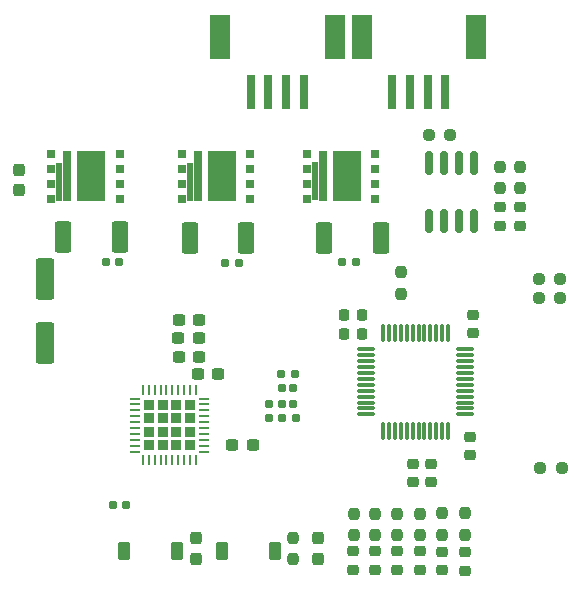
<source format=gtp>
%TF.GenerationSoftware,KiCad,Pcbnew,8.0.4-8.0.4-0~ubuntu22.04.1*%
%TF.CreationDate,2024-08-14T23:11:35+09:00*%
%TF.ProjectId,motor_driver,6d6f746f-725f-4647-9269-7665722e6b69,rev?*%
%TF.SameCoordinates,Original*%
%TF.FileFunction,Paste,Top*%
%TF.FilePolarity,Positive*%
%FSLAX46Y46*%
G04 Gerber Fmt 4.6, Leading zero omitted, Abs format (unit mm)*
G04 Created by KiCad (PCBNEW 8.0.4-8.0.4-0~ubuntu22.04.1) date 2024-08-14 23:11:35*
%MOMM*%
%LPD*%
G01*
G04 APERTURE LIST*
G04 Aperture macros list*
%AMRoundRect*
0 Rectangle with rounded corners*
0 $1 Rounding radius*
0 $2 $3 $4 $5 $6 $7 $8 $9 X,Y pos of 4 corners*
0 Add a 4 corners polygon primitive as box body*
4,1,4,$2,$3,$4,$5,$6,$7,$8,$9,$2,$3,0*
0 Add four circle primitives for the rounded corners*
1,1,$1+$1,$2,$3*
1,1,$1+$1,$4,$5*
1,1,$1+$1,$6,$7*
1,1,$1+$1,$8,$9*
0 Add four rect primitives between the rounded corners*
20,1,$1+$1,$2,$3,$4,$5,0*
20,1,$1+$1,$4,$5,$6,$7,0*
20,1,$1+$1,$6,$7,$8,$9,0*
20,1,$1+$1,$8,$9,$2,$3,0*%
G04 Aperture macros list end*
%ADD10RoundRect,0.218750X0.256250X-0.218750X0.256250X0.218750X-0.256250X0.218750X-0.256250X-0.218750X0*%
%ADD11R,0.800000X2.900000*%
%ADD12R,1.800000X3.800000*%
%ADD13RoundRect,0.237500X-0.300000X-0.237500X0.300000X-0.237500X0.300000X0.237500X-0.300000X0.237500X0*%
%ADD14RoundRect,0.249999X-0.450001X-1.075001X0.450001X-1.075001X0.450001X1.075001X-0.450001X1.075001X0*%
%ADD15RoundRect,0.075000X-0.662500X-0.075000X0.662500X-0.075000X0.662500X0.075000X-0.662500X0.075000X0*%
%ADD16RoundRect,0.075000X-0.075000X-0.662500X0.075000X-0.662500X0.075000X0.662500X-0.075000X0.662500X0*%
%ADD17RoundRect,0.155000X0.212500X0.155000X-0.212500X0.155000X-0.212500X-0.155000X0.212500X-0.155000X0*%
%ADD18RoundRect,0.155000X-0.212500X-0.155000X0.212500X-0.155000X0.212500X0.155000X-0.212500X0.155000X0*%
%ADD19RoundRect,0.225000X-0.250000X0.225000X-0.250000X-0.225000X0.250000X-0.225000X0.250000X0.225000X0*%
%ADD20RoundRect,0.160000X0.197500X0.160000X-0.197500X0.160000X-0.197500X-0.160000X0.197500X-0.160000X0*%
%ADD21RoundRect,0.237500X-0.250000X-0.237500X0.250000X-0.237500X0.250000X0.237500X-0.250000X0.237500X0*%
%ADD22RoundRect,0.237500X0.237500X-0.250000X0.237500X0.250000X-0.237500X0.250000X-0.237500X-0.250000X0*%
%ADD23RoundRect,0.175000X0.175000X-0.200000X0.175000X0.200000X-0.175000X0.200000X-0.175000X-0.200000X0*%
%ADD24RoundRect,0.262500X-0.262500X-0.537500X0.262500X-0.537500X0.262500X0.537500X-0.262500X0.537500X0*%
%ADD25R,0.800000X0.750000*%
%ADD26R,2.400000X4.200000*%
%ADD27R,0.750000X4.200000*%
%ADD28R,0.550000X3.280000*%
%ADD29RoundRect,0.150000X0.150000X-0.825000X0.150000X0.825000X-0.150000X0.825000X-0.150000X-0.825000X0*%
%ADD30RoundRect,0.237500X-0.237500X0.250000X-0.237500X-0.250000X0.237500X-0.250000X0.237500X0.250000X0*%
%ADD31RoundRect,0.237500X0.237500X-0.300000X0.237500X0.300000X-0.237500X0.300000X-0.237500X-0.300000X0*%
%ADD32RoundRect,0.225000X0.250000X-0.225000X0.250000X0.225000X-0.250000X0.225000X-0.250000X-0.225000X0*%
%ADD33RoundRect,0.262500X0.262500X0.537500X-0.262500X0.537500X-0.262500X-0.537500X0.262500X-0.537500X0*%
%ADD34RoundRect,0.155000X0.155000X-0.212500X0.155000X0.212500X-0.155000X0.212500X-0.155000X-0.212500X0*%
%ADD35RoundRect,0.250000X0.550000X-1.500000X0.550000X1.500000X-0.550000X1.500000X-0.550000X-1.500000X0*%
%ADD36RoundRect,0.237500X0.300000X0.237500X-0.300000X0.237500X-0.300000X-0.237500X0.300000X-0.237500X0*%
%ADD37RoundRect,0.225000X0.225000X0.250000X-0.225000X0.250000X-0.225000X-0.250000X0.225000X-0.250000X0*%
%ADD38RoundRect,0.249999X0.450001X1.075001X-0.450001X1.075001X-0.450001X-1.075001X0.450001X-1.075001X0*%
%ADD39RoundRect,0.232500X-0.232500X0.232500X-0.232500X-0.232500X0.232500X-0.232500X0.232500X0.232500X0*%
%ADD40RoundRect,0.062500X-0.062500X0.350000X-0.062500X-0.350000X0.062500X-0.350000X0.062500X0.350000X0*%
%ADD41RoundRect,0.062500X-0.350000X0.062500X-0.350000X-0.062500X0.350000X-0.062500X0.350000X0.062500X0*%
%ADD42RoundRect,0.218750X-0.256250X0.218750X-0.256250X-0.218750X0.256250X-0.218750X0.256250X0.218750X0*%
%ADD43RoundRect,0.237500X-0.237500X0.300000X-0.237500X-0.300000X0.237500X-0.300000X0.237500X0.300000X0*%
G04 APERTURE END LIST*
D10*
%TO.C,D3*%
X120557600Y-123807000D03*
X120557600Y-122232000D03*
%TD*%
%TO.C,D4*%
X122400000Y-123815000D03*
X122400000Y-122240000D03*
%TD*%
%TO.C,D5*%
X124240000Y-123784100D03*
X124240000Y-122209100D03*
%TD*%
%TO.C,D6*%
X126150000Y-123795500D03*
X126150000Y-122220500D03*
%TD*%
%TO.C,D1*%
X128060000Y-123843300D03*
X128060000Y-122268300D03*
%TD*%
%TO.C,D2*%
X129970000Y-123880000D03*
X129970000Y-122305000D03*
%TD*%
D11*
%TO.C,J5*%
X116360000Y-83360000D03*
X114860000Y-83360000D03*
X113360000Y-83360000D03*
X111860000Y-83360000D03*
D12*
X118960000Y-78660000D03*
X109260000Y-78660000D03*
%TD*%
D13*
%TO.C,C4*%
X105745000Y-105740000D03*
X107470000Y-105740000D03*
%TD*%
D14*
%TO.C,R6*%
X95970400Y-95599620D03*
X100770400Y-95599620D03*
%TD*%
D15*
%TO.C,U5*%
X121660000Y-105140000D03*
X121660000Y-105640000D03*
X121660000Y-106140000D03*
X121660000Y-106640000D03*
X121660000Y-107140000D03*
X121660000Y-107640000D03*
X121660000Y-108140000D03*
X121660000Y-108640000D03*
X121660000Y-109140000D03*
X121660000Y-109640000D03*
X121660000Y-110140000D03*
X121660000Y-110640000D03*
D16*
X123072500Y-112052500D03*
X123572500Y-112052500D03*
X124072500Y-112052500D03*
X124572500Y-112052500D03*
X125072500Y-112052500D03*
X125572500Y-112052500D03*
X126072500Y-112052500D03*
X126572500Y-112052500D03*
X127072500Y-112052500D03*
X127572500Y-112052500D03*
X128072500Y-112052500D03*
X128572500Y-112052500D03*
D15*
X129985000Y-110640000D03*
X129985000Y-110140000D03*
X129985000Y-109640000D03*
X129985000Y-109140000D03*
X129985000Y-108640000D03*
X129985000Y-108140000D03*
X129985000Y-107640000D03*
X129985000Y-107140000D03*
X129985000Y-106640000D03*
X129985000Y-106140000D03*
X129985000Y-105640000D03*
X129985000Y-105140000D03*
D16*
X128572500Y-103727500D03*
X128072500Y-103727500D03*
X127572500Y-103727500D03*
X127072500Y-103727500D03*
X126572500Y-103727500D03*
X126072500Y-103727500D03*
X125572500Y-103727500D03*
X125072500Y-103727500D03*
X124572500Y-103727500D03*
X124072500Y-103727500D03*
X123572500Y-103727500D03*
X123072500Y-103727500D03*
%TD*%
D13*
%TO.C,C1*%
X105747500Y-102650000D03*
X107472500Y-102650000D03*
%TD*%
D17*
%TO.C,C12*%
X100737900Y-97719620D03*
X99602900Y-97719620D03*
%TD*%
D18*
%TO.C,C10*%
X119625000Y-97750000D03*
X120760000Y-97750000D03*
%TD*%
D11*
%TO.C,J4*%
X128346800Y-83362800D03*
X126846800Y-83362800D03*
X125346800Y-83362800D03*
X123846800Y-83362800D03*
D12*
X130946800Y-78662800D03*
X121246800Y-78662800D03*
%TD*%
D19*
%TO.C,C27*%
X127090000Y-114850000D03*
X127090000Y-116400000D03*
%TD*%
D20*
%TO.C,R13*%
X115685000Y-110956250D03*
X114490000Y-110956250D03*
%TD*%
D21*
%TO.C,R21*%
X136238750Y-100758750D03*
X138063750Y-100758750D03*
%TD*%
D22*
%TO.C,R23*%
X134688000Y-91482500D03*
X134688000Y-89657500D03*
%TD*%
D17*
%TO.C,C20*%
X115592500Y-107255000D03*
X114457500Y-107255000D03*
%TD*%
D23*
%TO.C,Y1*%
X114470000Y-109760000D03*
X115470000Y-109760000D03*
X114470000Y-108410000D03*
X115470000Y-108410000D03*
%TD*%
D22*
%TO.C,R24*%
X132996800Y-91480900D03*
X132996800Y-89655900D03*
%TD*%
D24*
%TO.C,SW2*%
X109455000Y-122180000D03*
X113905000Y-122180000D03*
%TD*%
D22*
%TO.C,R19*%
X115450000Y-122905000D03*
X115450000Y-121080000D03*
%TD*%
D25*
%TO.C,Q2*%
X106050000Y-88580000D03*
X106050000Y-89850000D03*
X106050000Y-91120000D03*
X106050000Y-92390000D03*
X111840000Y-92390000D03*
X111840000Y-91120000D03*
X111840000Y-89850000D03*
X111840000Y-88580000D03*
D26*
X109400000Y-90485000D03*
D27*
X107375000Y-90485000D03*
D28*
X106725000Y-90945000D03*
%TD*%
D29*
%TO.C,U6*%
X126974600Y-94270600D03*
X128244600Y-94270600D03*
X129514600Y-94270600D03*
X130784600Y-94270600D03*
X130784600Y-89320600D03*
X129514600Y-89320600D03*
X128244600Y-89320600D03*
X126974600Y-89320600D03*
%TD*%
D22*
%TO.C,R17*%
X124610000Y-100442500D03*
X124610000Y-98617500D03*
%TD*%
D21*
%TO.C,R22*%
X126935000Y-87010000D03*
X128760000Y-87010000D03*
%TD*%
D30*
%TO.C,R10*%
X128060000Y-118986700D03*
X128060000Y-120811700D03*
%TD*%
D19*
%TO.C,C28*%
X125560000Y-114850000D03*
X125560000Y-116400000D03*
%TD*%
D21*
%TO.C,R20*%
X136241250Y-99198750D03*
X138066250Y-99198750D03*
%TD*%
D31*
%TO.C,C9*%
X92280000Y-91632500D03*
X92280000Y-89907500D03*
%TD*%
D30*
%TO.C,R11*%
X129970000Y-118995000D03*
X129970000Y-120820000D03*
%TD*%
D32*
%TO.C,C25*%
X130648500Y-103750400D03*
X130648500Y-102200400D03*
%TD*%
D30*
%TO.C,R15*%
X124255900Y-119059100D03*
X124255900Y-120884100D03*
%TD*%
%TO.C,R16*%
X126150000Y-119047500D03*
X126150000Y-120872500D03*
%TD*%
D33*
%TO.C,SW1*%
X105605000Y-122220000D03*
X101155000Y-122220000D03*
%TD*%
D21*
%TO.C,R18*%
X136387500Y-115200000D03*
X138212500Y-115200000D03*
%TD*%
D25*
%TO.C,Q3*%
X94984200Y-88577000D03*
X94984200Y-89847000D03*
X94984200Y-91117000D03*
X94984200Y-92387000D03*
X100774200Y-92387000D03*
X100774200Y-91117000D03*
X100774200Y-89847000D03*
X100774200Y-88577000D03*
D26*
X98334200Y-90482000D03*
D27*
X96309200Y-90482000D03*
D28*
X95659200Y-90942000D03*
%TD*%
D34*
%TO.C,C19*%
X113380000Y-110907500D03*
X113380000Y-109772500D03*
%TD*%
D19*
%TO.C,C24*%
X130400000Y-112515000D03*
X130400000Y-114065000D03*
%TD*%
D14*
%TO.C,R5*%
X106693000Y-95717400D03*
X111493000Y-95717400D03*
%TD*%
D35*
%TO.C,C8*%
X94400000Y-104610000D03*
X94400000Y-99210000D03*
%TD*%
D13*
%TO.C,C2*%
X105742500Y-104200000D03*
X107467500Y-104200000D03*
%TD*%
D36*
%TO.C,C6*%
X112015000Y-113210000D03*
X110290000Y-113210000D03*
%TD*%
D31*
%TO.C,C21*%
X107240000Y-122850000D03*
X107240000Y-121125000D03*
%TD*%
D37*
%TO.C,C22*%
X121275000Y-103840000D03*
X119725000Y-103840000D03*
%TD*%
D36*
%TO.C,C3*%
X109130000Y-107200000D03*
X107405000Y-107200000D03*
%TD*%
D37*
%TO.C,C23*%
X121295000Y-102250000D03*
X119745000Y-102250000D03*
%TD*%
D38*
%TO.C,R4*%
X122850000Y-95673300D03*
X118050000Y-95673300D03*
%TD*%
D17*
%TO.C,C11*%
X110855000Y-97810000D03*
X109720000Y-97810000D03*
%TD*%
D30*
%TO.C,R14*%
X122400000Y-119067000D03*
X122400000Y-120892000D03*
%TD*%
D39*
%TO.C,U1*%
X106700000Y-109820000D03*
X105550000Y-109820000D03*
X104400000Y-109820000D03*
X103250000Y-109820000D03*
X106700000Y-110970000D03*
X105550000Y-110970000D03*
X104400000Y-110970000D03*
X103250000Y-110970000D03*
X106700000Y-112120000D03*
X105550000Y-112120000D03*
X104400000Y-112120000D03*
X103250000Y-112120000D03*
X106700000Y-113270000D03*
X105550000Y-113270000D03*
X104400000Y-113270000D03*
X103250000Y-113270000D03*
D40*
X107225000Y-108607500D03*
X106725000Y-108607500D03*
X106225000Y-108607500D03*
X105725000Y-108607500D03*
X105225000Y-108607500D03*
X104725000Y-108607500D03*
X104225000Y-108607500D03*
X103725000Y-108607500D03*
X103225000Y-108607500D03*
X102725000Y-108607500D03*
D41*
X102037500Y-109295000D03*
X102037500Y-109795000D03*
X102037500Y-110295000D03*
X102037500Y-110795000D03*
X102037500Y-111295000D03*
X102037500Y-111795000D03*
X102037500Y-112295000D03*
X102037500Y-112795000D03*
X102037500Y-113295000D03*
X102037500Y-113795000D03*
D40*
X102725000Y-114482500D03*
X103225000Y-114482500D03*
X103725000Y-114482500D03*
X104225000Y-114482500D03*
X104725000Y-114482500D03*
X105225000Y-114482500D03*
X105725000Y-114482500D03*
X106225000Y-114482500D03*
X106725000Y-114482500D03*
X107225000Y-114482500D03*
D41*
X107912500Y-113795000D03*
X107912500Y-113295000D03*
X107912500Y-112795000D03*
X107912500Y-112295000D03*
X107912500Y-111795000D03*
X107912500Y-111295000D03*
X107912500Y-110795000D03*
X107912500Y-110295000D03*
X107912500Y-109795000D03*
X107912500Y-109295000D03*
%TD*%
D25*
%TO.C,Q1*%
X116630000Y-88555000D03*
X116630000Y-89825000D03*
X116630000Y-91095000D03*
X116630000Y-92365000D03*
X122420000Y-92365000D03*
X122420000Y-91095000D03*
X122420000Y-89825000D03*
X122420000Y-88555000D03*
D26*
X119980000Y-90460000D03*
D27*
X117955000Y-90460000D03*
D28*
X117305000Y-90920000D03*
%TD*%
D42*
%TO.C,D7*%
X134670000Y-93090000D03*
X134670000Y-94665000D03*
%TD*%
%TO.C,D8*%
X132996800Y-93095900D03*
X132996800Y-94670900D03*
%TD*%
D30*
%TO.C,R12*%
X120573500Y-119059000D03*
X120573500Y-120884000D03*
%TD*%
D43*
%TO.C,C26*%
X117562500Y-121130000D03*
X117562500Y-122855000D03*
%TD*%
D17*
%TO.C,C7*%
X101340000Y-118290000D03*
X100205000Y-118290000D03*
%TD*%
M02*

</source>
